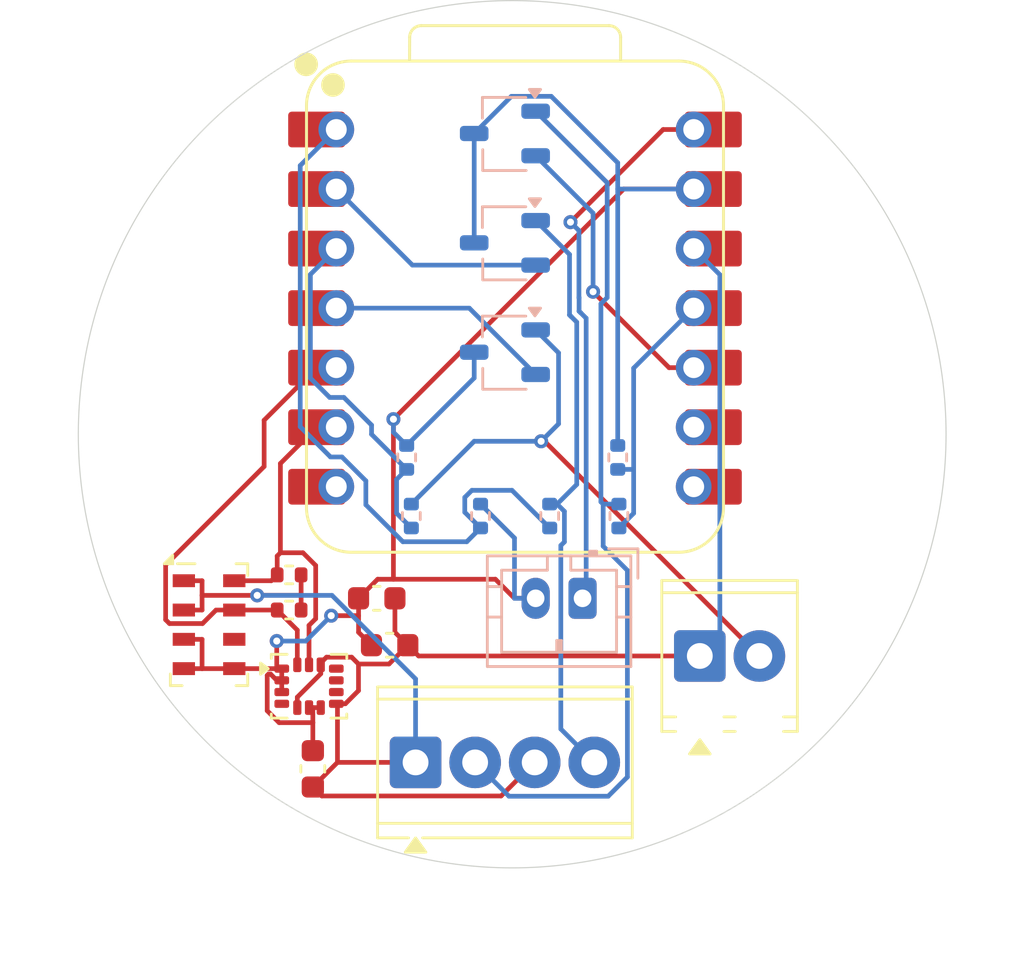
<source format=kicad_pcb>
(kicad_pcb (version 20241229) (generator "pcbnew") (generator_version "9.0")
  (layers (0 "F.Cu" signal) (2 "B.Cu" signal) (13 "F.Paste" user) (15 "B.Paste" user) (5 "F.SilkS" user "F.Silkscreen") (7 "B.SilkS" user "B.Silkscreen") (1 "F.Mask" user) (3 "B.Mask" user) (25 "Edge.Cuts" user))
  (net 0 "")
  (net 1 "+3.3V")
  (net 2 "-BATT")
  (net 3 "+BATT")
  (net 4 "/APPO")
  (net 5 "/MAIN")
  (net 6 "/MOTOR")
  (net 7 "/IGNIT 1")
  (net 8 "/IGNIT 2")
  (net 9 "/IGNIT 3")
  (net 10 "/SCL")
  (net 11 "/SDA")
  (net 12 "/CONT 1")
  (net 13 "/CONT 2")
  (net 14 "/CONT 3")
  (footprint "Capacitor_SMD:C_0603_1608Metric" (layer "F.Cu") (at 200.775 76.5)
    (property "Reference" "C1" (hide yes))
    (property "Value" "100nF")
    (fp_line (start -0.14058 -0.51) (end 0.14058 -0.51) (stroke (width 0.12)) (layer "F.SilkS"))
    (fp_line (start -0.14058 0.51) (end 0.14058 0.51) (stroke (width 0.12)) (layer "F.SilkS"))
    (pad "1" smd roundrect (at -0.775 0) (size 0.9 0.95) (layers "F.Cu" "F.Mask" "F.Paste") (net 2 "-BATT"))
    (pad "2" smd roundrect (at 0.775 0) (size 0.9 0.95) (layers "F.Cu" "F.Mask" "F.Paste") (net 1 "+3.3V"))
  )
  (footprint "Resistor_SMD:R_0402_1005Metric" (layer "F.Cu") (at 196.49 73.5)
    (property "Reference" "R1" (hide yes))
    (property "Value" "10K")
    (fp_line (start -0.153641 -0.38) (end 0.153641 -0.38) (stroke (width 0.12)) (layer "F.SilkS"))
    (fp_line (start -0.153641 0.38) (end 0.153641 0.38) (stroke (width 0.12)) (layer "F.SilkS"))
    (pad "1" smd roundrect (at -0.51 0) (size 0.54 0.64) (layers "F.Cu" "F.Mask" "F.Paste") (net 10 "/SCL"))
    (pad "2" smd roundrect (at 0.51 0) (size 0.54 0.64) (layers "F.Cu" "F.Mask" "F.Paste") (net 1 "+3.3V"))
  )
  (footprint "Package_LGA:LGA-8_3x5mm_P1.25mm" (layer "F.Cu") (at 193.075 75.625)
    (property "Reference" "U4" (hide yes))
    (property "Value" "MS5611-01BA")
    (fp_line (start -1.65 2.6) (end -1.65 2.1) (stroke (width 0.12)) (layer "F.SilkS"))
    (fp_line (start -1.35 -2.6) (end -0.6 -2.6) (stroke (width 0.12)) (layer "F.SilkS"))
    (fp_line (start -1.15 2.6) (end -1.65 2.6) (stroke (width 0.12)) (layer "F.SilkS"))
    (fp_line (start 1.15 -2.6) (end 1.65 -2.6) (stroke (width 0.12)) (layer "F.SilkS"))
    (fp_line (start 1.65 -2.6) (end 1.65 -2.1) (stroke (width 0.12)) (layer "F.SilkS"))
    (fp_line (start 1.65 2.1) (end 1.65 2.6) (stroke (width 0.12)) (layer "F.SilkS"))
    (fp_line (start 1.65 2.6) (end 1.15 2.6) (stroke (width 0.12)) (layer "F.SilkS"))
    (fp_poly (pts (xy -1.55 -2.6) (xy -1.91 -2.6) (xy -1.55 -2.96) (xy -1.55 -2.6)) (stroke (width 0.12)) (fill yes) (layer "F.SilkS"))
    (pad "1" smd rect (at -1.075 -1.875) (size 0.95 0.55) (layers "F.Cu" "F.Mask" "F.Paste") (net 1 "+3.3V"))
    (pad "2" smd rect (at -1.075 -0.625) (size 0.95 0.55) (layers "F.Cu" "F.Mask" "F.Paste") (net 1 "+3.3V"))
    (pad "3" smd rect (at -1.075 0.625) (size 0.95 0.55) (layers "F.Cu" "F.Mask" "F.Paste") (net 2 "-BATT"))
    (pad "4" smd rect (at -1.075 1.875) (size 0.95 0.55) (layers "F.Cu" "F.Mask" "F.Paste") (net 2 "-BATT"))
    (pad "5" smd rect (at 1.075 1.875) (size 0.95 0.55) (layers "F.Cu" "F.Mask" "F.Paste") (net 2 "-BATT"))
    (pad "6" smd rect (at 1.075 0.625) (size 0.95 0.55) (layers "F.Cu" "F.Mask" "F.Paste"))
    (pad "7" smd rect (at 1.075 -0.625) (size 0.95 0.55) (layers "F.Cu" "F.Mask" "F.Paste") (net 11 "/SDA"))
    (pad "8" smd rect (at 1.075 -1.875) (size 0.95 0.55) (layers "F.Cu" "F.Mask" "F.Paste") (net 10 "/SCL"))
  )
  (footprint "Package_LGA:LGA-14_3x2.5mm_P0.5mm_LayoutBorder3x4y" (layer "F.Cu") (at 197.3375 78.25)
    (property "Reference" "U3" (hide yes))
    (property "Value" "LSM6DSO32")
    (fp_line (start -1.61 -1.36) (end -0.935 -1.36) (stroke (width 0.12)) (layer "F.SilkS"))
    (fp_line (start -1.61 -1.185) (end -1.61 -1.36) (stroke (width 0.12)) (layer "F.SilkS"))
    (fp_line (start -1.61 1.36) (end -1.61 1.185) (stroke (width 0.12)) (layer "F.SilkS"))
    (fp_line (start -0.935 1.36) (end -1.61 1.36) (stroke (width 0.12)) (layer "F.SilkS"))
    (fp_line (start 0.935 -1.36) (end 1.61 -1.36) (stroke (width 0.12)) (layer "F.SilkS"))
    (fp_line (start 1.61 -1.36) (end 1.61 -1.185) (stroke (width 0.12)) (layer "F.SilkS"))
    (fp_line (start 1.61 1.185) (end 1.61 1.36) (stroke (width 0.12)) (layer "F.SilkS"))
    (fp_line (start 1.61 1.36) (end 0.935 1.36) (stroke (width 0.12)) (layer "F.SilkS"))
    (fp_poly (pts (xy -1.74 -0.75) (xy -2.07 -0.51) (xy -2.07 -0.99)) (stroke (width 0.12)) (fill yes) (layer "F.SilkS"))
    (pad "1" smd roundrect (at -1.1625 -0.75) (size 0.625 0.35) (layers "F.Cu" "F.Mask" "F.Paste") (net 2 "-BATT"))
    (pad "2" smd roundrect (at -1.1625 -0.25) (size 0.625 0.35) (layers "F.Cu" "F.Mask" "F.Paste") (net 2 "-BATT"))
    (pad "3" smd roundrect (at -1.1625 0.25) (size 0.625 0.35) (layers "F.Cu" "F.Mask" "F.Paste") (net 2 "-BATT"))
    (pad "4" smd roundrect (at -1.1625 0.75) (size 0.625 0.35) (layers "F.Cu" "F.Mask" "F.Paste"))
    (pad "5" smd roundrect (at -0.5 0.9125) (size 0.35 0.625) (layers "F.Cu" "F.Mask" "F.Paste") (net 1 "+3.3V"))
    (pad "6" smd roundrect (at 0 0.9125) (size 0.35 0.625) (layers "F.Cu" "F.Mask" "F.Paste") (net 2 "-BATT"))
    (pad "7" smd roundrect (at 0.5 0.9125) (size 0.35 0.625) (layers "F.Cu" "F.Mask" "F.Paste") (net 2 "-BATT"))
    (pad "8" smd roundrect (at 1.1625 0.75) (size 0.625 0.35) (layers "F.Cu" "F.Mask" "F.Paste") (net 1 "+3.3V"))
    (pad "9" smd roundrect (at 1.1625 0.25) (size 0.625 0.35) (layers "F.Cu" "F.Mask" "F.Paste"))
    (pad "10" smd roundrect (at 1.1625 -0.25) (size 0.625 0.35) (layers "F.Cu" "F.Mask" "F.Paste"))
    (pad "11" smd roundrect (at 1.1625 -0.75) (size 0.625 0.35) (layers "F.Cu" "F.Mask" "F.Paste"))
    (pad "12" smd roundrect (at 0.5 -0.9125) (size 0.35 0.625) (layers "F.Cu" "F.Mask" "F.Paste") (net 1 "+3.3V"))
    (pad "13" smd roundrect (at 0 -0.9125) (size 0.35 0.625) (layers "F.Cu" "F.Mask" "F.Paste") (net 10 "/SCL"))
    (pad "14" smd roundrect (at -0.5 -0.9125) (size 0.35 0.625) (layers "F.Cu" "F.Mask" "F.Paste") (net 11 "/SDA"))
  )
  (footprint "TerminalBlock_Phoenix:TerminalBlock_Phoenix_MPT-0,5-2-2.54_1x02_P2.54mm_Horizontal" (layer "F.Cu") (at 214 76.96)
    (property "Reference" "J3" (hide yes))
    (property "Value" "Bottom Screw Terminal")
    (fp_line (start -1.62 -3.22) (end 4.16 -3.22) (stroke (width 0.12)) (layer "F.SilkS"))
    (fp_line (start -1.62 -2.7) (end 4.16 -2.7) (stroke (width 0.12)) (layer "F.SilkS"))
    (fp_line (start -1.62 2.6) (end -1.03 2.6) (stroke (width 0.12)) (layer "F.SilkS"))
    (fp_line (start -1.62 3.22) (end -1.62 -3.22) (stroke (width 0.12)) (layer "F.SilkS"))
    (fp_line (start -1.03 3.22) (end -1.62 3.22) (stroke (width 0.12)) (layer "F.SilkS"))
    (fp_line (start 1.03 2.6) (end 1.51 2.6) (stroke (width 0.12)) (layer "F.SilkS"))
    (fp_line (start 1.51 3.22) (end 1.03 3.22) (stroke (width 0.12)) (layer "F.SilkS"))
    (fp_line (start 3.57 2.6) (end 4.16 2.6) (stroke (width 0.12)) (layer "F.SilkS"))
    (fp_line (start 4.16 -3.22) (end 4.16 3.22) (stroke (width 0.12)) (layer "F.SilkS"))
    (fp_line (start 4.16 3.22) (end 3.57 3.22) (stroke (width 0.12)) (layer "F.SilkS"))
    (fp_poly (pts (xy 0 3.57) (xy 0.44 4.18) (xy -0.44 4.18)) (stroke (width 0.12)) (fill yes) (layer "F.SilkS"))
    (pad "" np_thru_hole circle (at 0 2.54) (size 1.1 1.1) (drill 1.1) (layers "*.Cu" "*.Mask"))
    (pad "" np_thru_hole circle (at 2.54 2.54) (size 1.1 1.1) (drill 1.1) (layers "*.Cu" "*.Mask"))
    (pad "1" thru_hole roundrect (at 0 0) (size 2.2 2.2) (drill 1.1) (layers "*.Cu" "*.Mask") (roundrect_rratio 0.113636) (net 1 "+3.3V"))
    (pad "2" thru_hole circle (at 2.54 0) (size 2.2 2.2) (drill 1.1) (layers "*.Cu" "*.Mask") (net 6 "/MOTOR"))
  )
  (footprint "TerminalBlock_Phoenix:TerminalBlock_Phoenix_MPT-0,5-4-2.54_1x04_P2.54mm_Horizontal" (layer "F.Cu") (at 201.88 81.5)
    (property "Reference" "J2" (hide yes))
    (property "Value" "Top Screw Terminal")
    (fp_line (start -1.62 -3.22) (end 9.24 -3.22) (stroke (width 0.12)) (layer "F.SilkS"))
    (fp_line (start -1.62 -2.7) (end 9.24 -2.7) (stroke (width 0.12)) (layer "F.SilkS"))
    (fp_line (start -1.62 2.6) (end 9.24 2.6) (stroke (width 0.12)) (layer "F.SilkS"))
    (fp_line (start -1.62 3.22) (end -1.62 -3.22) (stroke (width 0.12)) (layer "F.SilkS"))
    (fp_line (start -0.3 3.22) (end -1.62 3.22) (stroke (width 0.12)) (layer "F.SilkS"))
    (fp_line (start 9.24 -3.22) (end 9.24 3.22) (stroke (width 0.12)) (layer "F.SilkS"))
    (fp_line (start 9.24 3.22) (end 0.3 3.22) (stroke (width 0.12)) (layer "F.SilkS"))
    (fp_poly (pts (xy 0 3.22) (xy 0.44 3.83) (xy -0.44 3.83)) (stroke (width 0.12)) (fill yes) (layer "F.SilkS"))
    (pad "1" thru_hole roundrect (at 0 0) (size 2.2 2.2) (drill 1.1) (layers "*.Cu" "*.Mask") (roundrect_rratio 0.113636) (net 1 "+3.3V"))
    (pad "2" thru_hole circle (at 2.54 0) (size 2.2 2.2) (drill 1.1) (layers "*.Cu" "*.Mask") (net 4 "/APPO"))
    (pad "3" thru_hole circle (at 5.08 0) (size 2.2 2.2) (drill 1.1) (layers "*.Cu" "*.Mask") (net 1 "+3.3V"))
    (pad "4" thru_hole circle (at 7.62 0) (size 2.2 2.2) (drill 1.1) (layers "*.Cu" "*.Mask") (net 5 "/MAIN"))
  )
  (footprint "Capacitor_SMD:C_0603_1608Metric" (layer "F.Cu") (at 197.5 81.775 -90)
    (property "Reference" "C2" (hide yes))
    (property "Value" "100nF")
    (fp_line (start -0.14058 0.51) (end 0.14058 0.51) (stroke (width 0.12)) (layer "F.SilkS"))
    (fp_line (start -0.14058 -0.51) (end 0.14058 -0.51) (stroke (width 0.12)) (layer "F.SilkS"))
    (pad "1" smd roundrect (at -0.775 0 270) (size 0.9 0.95) (layers "F.Cu" "F.Mask" "F.Paste") (net 2 "-BATT"))
    (pad "2" smd roundrect (at 0.775 0 270) (size 0.9 0.95) (layers "F.Cu" "F.Mask" "F.Paste") (net 1 "+3.3V"))
  )
  (footprint "MountingHole:MountingHole_5mm" (layer "F.Cu") (at 220.5 67.5)
    (property "Reference" "REF**" (hide yes))
    (property "Value" "MountingHole_5mm")
    (pad "" np_thru_hole circle (at 0 0) (size 5 5) (drill 5) (layers "*.Cu" "*.Mask"))
  )
  (footprint "MountingHole:MountingHole_5mm" (layer "F.Cu") (at 191.5 67.5)
    (property "Reference" "Trust" (hide yes))
    (property "Value" "MountingHole_5mm")
    (pad "" np_thru_hole circle (at 0 0) (size 5 5) (drill 5) (layers "*.Cu" "*.Mask"))
  )
  (footprint "Capacitor_SMD:C_0603_1608Metric" (layer "F.Cu") (at 200.225 74.5)
    (property "Reference" "C3" (hide yes))
    (property "Value" "100nF")
    (fp_line (start -0.14058 -0.51) (end 0.14058 -0.51) (stroke (width 0.12)) (layer "F.SilkS"))
    (fp_line (start -0.14058 0.51) (end 0.14058 0.51) (stroke (width 0.12)) (layer "F.SilkS"))
    (pad "1" smd roundrect (at -0.775 0) (size 0.9 0.95) (layers "F.Cu" "F.Mask" "F.Paste") (net 2 "-BATT"))
    (pad "2" smd roundrect (at 0.775 0) (size 0.9 0.95) (layers "F.Cu" "F.Mask" "F.Paste") (net 1 "+3.3V"))
  )
  (footprint "Resistor_SMD:R_0402_1005Metric" (layer "F.Cu") (at 196.49 75)
    (property "Reference" "R2" (hide yes))
    (property "Value" "10K")
    (fp_line (start -0.153641 -0.38) (end 0.153641 -0.38) (stroke (width 0.12)) (layer "F.SilkS"))
    (fp_line (start -0.153641 0.38) (end 0.153641 0.38) (stroke (width 0.12)) (layer "F.SilkS"))
    (pad "1" smd roundrect (at -0.51 0) (size 0.54 0.64) (layers "F.Cu" "F.Mask" "F.Paste") (net 11 "/SDA"))
    (pad "2" smd roundrect (at 0.51 0) (size 0.54 0.64) (layers "F.Cu" "F.Mask" "F.Paste") (net 1 "+3.3V"))
  )
  (footprint "Seeed Studio XIAO Series Library:XIAO-ESP32S3-DIP" (layer "F.Cu") (at 206.12 62.12)
    (property "Reference" "U1" (hide yes))
    (property "Value" "XIAO-ESP32-S3-SMD")
    (fp_line (start -8.89 8.509) (end -8.89 -8.636) (stroke (width 0.127)) (layer "F.SilkS"))
    (fp_line (start -6.985 10.414) (end 6.985 10.414) (stroke (width 0.127)) (layer "F.SilkS"))
    (fp_line (start -4.495 -10.541) (end -4.491272 -11.551272) (stroke (width 0.127)) (layer "F.SilkS"))
    (fp_line (start -3.991272 -12.051) (end 4.004 -12.051) (stroke (width 0.127)) (layer "F.SilkS"))
    (fp_line (start 4.504 -11.551) (end 4.504 -10.541) (stroke (width 0.127)) (layer "F.SilkS"))
    (fp_line (start 6.985 -10.541) (end -6.985 -10.541) (stroke (width 0.1)) (layer "F.SilkS"))
    (fp_line (start 6.985 -10.541) (end -6.985 -10.541) (stroke (width 0.127)) (layer "F.SilkS"))
    (fp_line (start 8.89 8.509) (end 8.89 -8.636) (stroke (width 0.127)) (layer "F.SilkS"))
    (fp_arc (start -8.89 -8.636) (mid -8.332038 -9.983038) (end -6.985 -10.541) (stroke (width 0.127)) (layer "F.SilkS"))
    (fp_arc (start -6.985 10.414) (mid -8.332038 9.856038) (end -8.89 8.509) (stroke (width 0.127)) (layer "F.SilkS"))
    (fp_arc (start -4.491272 -11.551272) (mid -4.344728 -11.90464) (end -3.991272 -12.051) (stroke (width 0.127)) (layer "F.SilkS"))
    (fp_arc (start 4.004 -12.051) (mid 4.357553 -11.904553) (end 4.504 -11.551) (stroke (width 0.127)) (layer "F.SilkS"))
    (fp_arc (start 6.985 -10.541) (mid 8.332038 -9.983038) (end 8.89 -8.636) (stroke (width 0.127)) (layer "F.SilkS"))
    (fp_arc (start 8.89 8.509) (mid 8.332038 9.856038) (end 6.985 10.414) (stroke (width 0.127)) (layer "F.SilkS"))
    (fp_circle (center -8.904 -10.4) (end -8.904 -10.654) (stroke (width 0.5)) (fill yes) (layer "F.SilkS"))
    (fp_circle (center -7.761 -9.52) (end -7.761 -9.774) (stroke (width 0.5)) (fill yes) (layer "F.SilkS"))
    (pad "1" smd roundrect (at -8.455 -7.62 180) (size 2.432 1.524) (layers "F.Cu" "F.Mask") (roundrect_rratio 0.1) (net 13 "/CONT 2"))
    (pad "1" thru_hole circle (at -7.62 -7.62 180) (size 1.524 1.524) (drill 0.889) (layers "*.Cu" "*.Mask") (net 13 "/CONT 2"))
    (pad "2" smd roundrect (at -8.455 -5.08 180) (size 2.432 1.524) (layers "F.Cu" "F.Mask") (roundrect_rratio 0.1) (net 8 "/IGNIT 2"))
    (pad "2" thru_hole circle (at -7.62 -5.08 180) (size 1.524 1.524) (drill 0.889) (layers "*.Cu" "*.Mask") (net 8 "/IGNIT 2"))
    (pad "3" smd roundrect (at -8.455 -2.54 180) (size 2.432 1.524) (layers "F.Cu" "F.Mask") (roundrect_rratio 0.1) (net 14 "/CONT 3"))
    (pad "3" thru_hole circle (at -7.62 -2.54 180) (size 1.524 1.524) (drill 0.889) (layers "*.Cu" "*.Mask") (net 14 "/CONT 3"))
    (pad "4" smd roundrect (at -8.455 0 180) (size 2.432 1.524) (layers "F.Cu" "F.Mask") (roundrect_rratio 0.1) (net 9 "/IGNIT 3"))
    (pad "4" thru_hole circle (at -7.62 0 180) (size 1.524 1.524) (drill 0.889) (layers "*.Cu" "*.Mask") (net 9 "/IGNIT 3"))
    (pad "5" smd roundrect (at -8.455 2.54 180) (size 2.432 1.524) (layers "F.Cu" "F.Mask") (roundrect_rratio 0.1) (net 11 "/SDA"))
    (pad "5" thru_hole circle (at -7.62 2.54 180) (size 1.524 1.524) (drill 0.889) (layers "*.Cu" "*.Mask") (net 11 "/SDA"))
    (pad "6" smd roundrect (at -8.455 5.08 180) (size 2.432 1.524) (layers "F.Cu" "F.Mask") (roundrect_rratio 0.1) (net 10 "/SCL"))
    (pad "6" thru_hole circle (at -7.62 5.08 180) (size 1.524 1.524) (drill 0.889) (layers "*.Cu" "*.Mask") (net 10 "/SCL"))
    (pad "7" smd roundrect (at -8.455 7.62 180) (size 2.432 1.524) (layers "F.Cu" "F.Mask") (roundrect_rratio 0.1))
    (pad "7" thru_hole circle (at -7.62 7.62 180) (size 1.524 1.524) (drill 0.889) (layers "*.Cu" "*.Mask"))
    (pad "8" thru_hole circle (at 7.62 7.62) (size 1.524 1.524) (drill 0.889) (layers "*.Cu" "*.Mask"))
    (pad "8" smd roundrect (at 8.455 7.62) (size 2.432 1.524) (layers "F.Cu" "F.Mask") (roundrect_rratio 0.1))
    (pad "9" thru_hole circle (at 7.62 5.08) (size 1.524 1.524) (drill 0.889) (layers "*.Cu" "*.Mask"))
    (pad "9" smd roundrect (at 8.455 5.08) (size 2.432 1.524) (layers "F.Cu" "F.Mask") (roundrect_rratio 0.1))
    (pad "10" thru_hole circle (at 7.62 2.54) (size 1.524 1.524) (drill 0.889) (layers "*.Cu" "*.Mask") (net 7 "/IGNIT 1"))
    (pad "10" smd roundrect (at 8.455 2.54) (size 2.432 1.524) (layers "F.Cu" "F.Mask") (roundrect_rratio 0.1) (net 7 "/IGNIT 1"))
    (pad "11" thru_hole circle (at 7.62 0) (size 1.524 1.524) (drill 0.889) (layers "*.Cu" "*.Mask") (net 12 "/CONT 1"))
    (pad "11" smd roundrect (at 8.455 0) (size 2.432 1.524) (layers "F.Cu" "F.Mask") (roundrect_rratio 0.1) (net 12 "/CONT 1"))
    (pad "12" thru_hole circle (at 7.62 -2.54) (size 1.524 1.524) (drill 0.889) (layers "*.Cu" "*.Mask") (net 1 "+3.3V"))
    (pad "12" smd roundrect (at 8.455 -2.54) (size 2.432 1.524) (layers "F.Cu" "F.Mask") (roundrect_rratio 0.1) (net 1 "+3.3V"))
    (pad "13" thru_hole circle (at 7.62 -5.08) (size 1.524 1.524) (drill 0.889) (layers "*.Cu" "*.Mask") (net 2 "-BATT"))
    (pad "13" smd roundrect (at 8.455 -5.08) (size 2.432 1.524) (layers "F.Cu" "F.Mask") (roundrect_rratio 0.1) (net 2 "-BATT"))
    (pad "14" thru_hole circle (at 7.62 -7.62) (size 1.524 1.524) (drill 0.889) (layers "*.Cu" "*.Mask") (net 3 "+BATT"))
    (pad "14" smd roundrect (at 8.455 -7.62) (size 2.432 1.524) (layers "F.Cu" "F.Mask") (roundrect_rratio 0.1) (net 3 "+BATT"))
  )
  (footprint "Resistor_SMD:R_0402_1005Metric" (layer "B.Cu") (at 210.55 70.99 90)
    (property "Reference" "R4" (hide yes))
    (property "Value" "10K")
    (fp_line (start -0.153641 -0.38) (end 0.153641 -0.38) (stroke (width 0.12)) (layer "B.SilkS"))
    (fp_line (start -0.153641 0.38) (end 0.153641 0.38) (stroke (width 0.12)) (layer "B.SilkS"))
    (pad "1" smd roundrect (at -0.51 0 90) (size 0.54 0.64) (layers "B.Cu" "B.Mask" "B.Paste") (net 12 "/CONT 1"))
    (pad "2" smd roundrect (at 0.51 0 90) (size 0.54 0.64) (layers "B.Cu" "B.Mask" "B.Paste") (net 4 "/APPO"))
  )
  (footprint "Resistor_SMD:R_0402_1005Metric" (layer "B.Cu") (at 201.5 68.49 90)
    (property "Reference" "R8" (hide yes))
    (property "Value" "10K")
    (fp_line (start -0.153641 -0.38) (end 0.153641 -0.38) (stroke (width 0.12)) (layer "B.SilkS"))
    (fp_line (start -0.153641 0.38) (end 0.153641 0.38) (stroke (width 0.12)) (layer "B.SilkS"))
    (pad "1" smd roundrect (at -0.51 0 90) (size 0.54 0.64) (layers "B.Cu" "B.Mask" "B.Paste") (net 14 "/CONT 3"))
    (pad "2" smd roundrect (at 0.51 0 90) (size 0.54 0.64) (layers "B.Cu" "B.Mask" "B.Paste") (net 2 "-BATT"))
  )
  (footprint "Resistor_SMD:R_0402_1005Metric" (layer "B.Cu") (at 207.6 70.99 90)
    (property "Reference" "R5" (hide yes))
    (property "Value" "10K")
    (fp_line (start -0.153641 -0.38) (end 0.153641 -0.38) (stroke (width 0.12)) (layer "B.SilkS"))
    (fp_line (start -0.153641 0.38) (end 0.153641 0.38) (stroke (width 0.12)) (layer "B.SilkS"))
    (pad "1" smd roundrect (at -0.51 0 90) (size 0.54 0.64) (layers "B.Cu" "B.Mask" "B.Paste") (net 13 "/CONT 2"))
    (pad "2" smd roundrect (at 0.51 0 90) (size 0.54 0.64) (layers "B.Cu" "B.Mask" "B.Paste") (net 5 "/MAIN"))
  )
  (footprint "Connector_JST:JST_PH_B2B-PH-K_1x02_P2.00mm_Vertical" (layer "B.Cu") (at 209 74.5 180)
    (property "Reference" "J1" (hide yes))
    (property "Value" "Battery Connector")
    (fp_line (start 4.06 1.81) (end -2.06 1.81) (stroke (width 0.12)) (layer "B.SilkS"))
    (fp_line (start 4.06 0.5) (end 3.45 0.5) (stroke (width 0.12)) (layer "B.SilkS"))
    (fp_line (start 4.06 -0.8) (end 3.45 -0.8) (stroke (width 0.12)) (layer "B.SilkS"))
    (fp_line (start 4.06 -2.91) (end 4.06 1.81) (stroke (width 0.12)) (layer "B.SilkS"))
    (fp_line (start 3.45 1.2) (end 1.5 1.2) (stroke (width 0.12)) (layer "B.SilkS"))
    (fp_line (start 3.45 -2.3) (end 3.45 1.2) (stroke (width 0.12)) (layer "B.SilkS"))
    (fp_line (start 1.5 1.2) (end 1.5 1.81) (stroke (width 0.12)) (layer "B.SilkS"))
    (fp_line (start 1.1 -1.8) (end 1.1 -2.3) (stroke (width 0.12)) (layer "B.SilkS"))
    (fp_line (start 1 -2.3) (end 1 -1.8) (stroke (width 0.12)) (layer "B.SilkS"))
    (fp_line (start 0.9 -1.8) (end 1.1 -1.8) (stroke (width 0.12)) (layer "B.SilkS"))
    (fp_line (start 0.9 -2.3) (end 0.9 -1.8) (stroke (width 0.12)) (layer "B.SilkS"))
    (fp_line (start 0.5 1.81) (end 0.5 1.2) (stroke (width 0.12)) (layer "B.SilkS"))
    (fp_line (start 0.5 1.2) (end -1.45 1.2) (stroke (width 0.12)) (layer "B.SilkS"))
    (fp_line (start -0.3 2.01) (end -0.6 2.01) (stroke (width 0.12)) (layer "B.SilkS"))
    (fp_line (start -0.3 1.91) (end -0.6 1.91) (stroke (width 0.12)) (layer "B.SilkS"))
    (fp_line (start -0.3 1.81) (end -0.3 2.01) (stroke (width 0.12)) (layer "B.SilkS"))
    (fp_line (start -0.6 2.01) (end -0.6 1.81) (stroke (width 0.12)) (layer "B.SilkS"))
    (fp_line (start -1.11 2.11) (end -2.36 2.11) (stroke (width 0.12)) (layer "B.SilkS"))
    (fp_line (start -1.45 1.2) (end -1.45 -2.3) (stroke (width 0.12)) (layer "B.SilkS"))
    (fp_line (start -1.45 -2.3) (end 3.45 -2.3) (stroke (width 0.12)) (layer "B.SilkS"))
    (fp_line (start -2.06 1.81) (end -2.06 -2.91) (stroke (width 0.12)) (layer "B.SilkS"))
    (fp_line (start -2.06 0.5) (end -1.45 0.5) (stroke (width 0.12)) (layer "B.SilkS"))
    (fp_line (start -2.06 -0.8) (end -1.45 -0.8) (stroke (width 0.12)) (layer "B.SilkS"))
    (fp_line (start -2.06 -2.91) (end 4.06 -2.91) (stroke (width 0.12)) (layer "B.SilkS"))
    (fp_line (start -2.36 2.11) (end -2.36 0.86) (stroke (width 0.12)) (layer "B.SilkS"))
    (pad "1" thru_hole roundrect (at 0 0 180) (size 1.2 1.75) (drill 0.75) (layers "*.Cu" "*.Mask") (roundrect_rratio 0.208333) (net 3 "+BATT"))
    (pad "2" thru_hole oval (at 2 0 180) (size 1.2 1.75) (drill 0.75) (layers "*.Cu" "*.Mask") (net 2 "-BATT"))
  )
  (footprint "Resistor_SMD:R_0402_1005Metric" (layer "B.Cu") (at 204.65 70.99 90)
    (property "Reference" "R6" (hide yes))
    (property "Value" "10K")
    (fp_line (start -0.153641 -0.38) (end 0.153641 -0.38) (stroke (width 0.12)) (layer "B.SilkS"))
    (fp_line (start -0.153641 0.38) (end 0.153641 0.38) (stroke (width 0.12)) (layer "B.SilkS"))
    (pad "1" smd roundrect (at -0.51 0 90) (size 0.54 0.64) (layers "B.Cu" "B.Mask" "B.Paste") (net 13 "/CONT 2"))
    (pad "2" smd roundrect (at 0.51 0 90) (size 0.54 0.64) (layers "B.Cu" "B.Mask" "B.Paste") (net 2 "-BATT"))
  )
  (footprint "Resistor_SMD:R_0402_1005Metric" (layer "B.Cu") (at 210.5 68.49 90)
    (property "Reference" "R3" (hide yes))
    (property "Value" "10K")
    (fp_line (start -0.153641 -0.38) (end 0.153641 -0.38) (stroke (width 0.12)) (layer "B.SilkS"))
    (fp_line (start -0.153641 0.38) (end 0.153641 0.38) (stroke (width 0.12)) (layer "B.SilkS"))
    (pad "1" smd roundrect (at -0.51 0 90) (size 0.54 0.64) (layers "B.Cu" "B.Mask" "B.Paste") (net 12 "/CONT 1"))
    (pad "2" smd roundrect (at 0.51 0 90) (size 0.54 0.64) (layers "B.Cu" "B.Mask" "B.Paste") (net 2 "-BATT"))
  )
  (footprint "Package_TO_SOT_SMD:TSOT-23" (layer "B.Cu") (at 205.69 64 180)
    (property "Reference" "Q3" (hide yes))
    (property "Value" "Q_NMOS_DGS")
    (fp_line (start 0.96 1.54) (end 0.96 0.65) (stroke (width 0.12)) (layer "B.SilkS"))
    (fp_line (start 0.96 1.54) (end -0.89 1.54) (stroke (width 0.12)) (layer "B.SilkS"))
    (fp_line (start 0.945 -0.69) (end 0.945 -1.58) (stroke (width 0.12)) (layer "B.SilkS"))
    (fp_line (start 0.945 -1.58) (end -0.905 -1.58) (stroke (width 0.12)) (layer "B.SilkS"))
    (fp_poly (pts (xy -1.28 1.55) (xy -1.52 1.88) (xy -1.04 1.88) (xy -1.28 1.55)) (stroke (width 0.12)) (fill yes) (layer "B.SilkS"))
    (pad "1" smd roundrect (at -1.31 0.95 180) (size 1.22 0.65) (layers "B.Cu" "B.Mask" "B.Paste") (net 6 "/MOTOR"))
    (pad "2" smd roundrect (at -1.31 -0.95 180) (size 1.22 0.65) (layers "B.Cu" "B.Mask" "B.Paste") (net 9 "/IGNIT 3"))
    (pad "3" smd roundrect (at 1.31 0 180) (size 1.22 0.65) (layers "B.Cu" "B.Mask" "B.Paste") (net 2 "-BATT"))
  )
  (footprint "Package_TO_SOT_SMD:TSOT-23" (layer "B.Cu") (at 205.69 54.67 180)
    (property "Reference" "Q1" (hide yes))
    (property "Value" "Q_NMOS_DGS")
    (fp_line (start 0.96 1.54) (end 0.96 0.65) (stroke (width 0.12)) (layer "B.SilkS"))
    (fp_line (start 0.96 1.54) (end -0.89 1.54) (stroke (width 0.12)) (layer "B.SilkS"))
    (fp_line (start 0.945 -0.69) (end 0.945 -1.58) (stroke (width 0.12)) (layer "B.SilkS"))
    (fp_line (start 0.945 -1.58) (end -0.905 -1.58) (stroke (width 0.12)) (layer "B.SilkS"))
    (fp_poly (pts (xy -1.28 1.55) (xy -1.52 1.88) (xy -1.04 1.88) (xy -1.28 1.55)) (stroke (width 0.12)) (fill yes) (layer "B.SilkS"))
    (pad "1" smd roundrect (at -1.31 0.95 180) (size 1.22 0.65) (layers "B.Cu" "B.Mask" "B.Paste") (net 4 "/APPO"))
    (pad "2" smd roundrect (at -1.31 -0.95 180) (size 1.22 0.65) (layers "B.Cu" "B.Mask" "B.Paste") (net 7 "/IGNIT 1"))
    (pad "3" smd roundrect (at 1.31 0 180) (size 1.22 0.65) (layers "B.Cu" "B.Mask" "B.Paste") (net 2 "-BATT"))
  )
  (footprint "Package_TO_SOT_SMD:TSOT-23" (layer "B.Cu") (at 205.69 59.335 180)
    (property "Reference" "Q2" (hide yes))
    (property "Value" "Q_NMOS_DGS")
    (fp_line (start 0.96 1.54) (end 0.96 0.65) (stroke (width 0.12)) (layer "B.SilkS"))
    (fp_line (start 0.96 1.54) (end -0.89 1.54) (stroke (width 0.12)) (layer "B.SilkS"))
    (fp_line (start 0.945 -0.69) (end 0.945 -1.58) (stroke (width 0.12)) (layer "B.SilkS"))
    (fp_line (start 0.945 -1.58) (end -0.905 -1.58) (stroke (width 0.12)) (layer "B.SilkS"))
    (fp_poly (pts (xy -1.28 1.55) (xy -1.52 1.88) (xy -1.04 1.88) (xy -1.28 1.55)) (stroke (width 0.12)) (fill yes) (layer "B.SilkS"))
    (pad "1" smd roundrect (at -1.31 0.95 180) (size 1.22 0.65) (layers "B.Cu" "B.Mask" "B.Paste") (net 5 "/MAIN"))
    (pad "2" smd roundrect (at -1.31 -0.95 180) (size 1.22 0.65) (layers "B.Cu" "B.Mask" "B.Paste") (net 8 "/IGNIT 2"))
    (pad "3" smd roundrect (at 1.31 0 180) (size 1.22 0.65) (layers "B.Cu" "B.Mask" "B.Paste") (net 2 "-BATT"))
  )
  (footprint "Resistor_SMD:R_0402_1005Metric" (layer "B.Cu") (at 201.7 70.99 90)
    (property "Reference" "R7" (hide yes))
    (property "Value" "10K")
    (fp_line (start -0.153641 -0.38) (end 0.153641 -0.38) (stroke (width 0.12)) (layer "B.SilkS"))
    (fp_line (start -0.153641 0.38) (end 0.153641 0.38) (stroke (width 0.12)) (layer "B.SilkS"))
    (pad "1" smd roundrect (at -0.51 0 90) (size 0.54 0.64) (layers "B.Cu" "B.Mask" "B.Paste") (net 14 "/CONT 3"))
    (pad "2" smd roundrect (at 0.51 0 90) (size 0.54 0.64) (layers "B.Cu" "B.Mask" "B.Paste") (net 6 "/MOTOR"))
  )
  (gr_circle (center 206 67.5) (end 224.5 67.5) (stroke (width 0.05)) (fill no) (layer "Edge.Cuts"))
  (segment (start 192 75) (end 192.7767 75) (width 0.2) (layer "F.Cu") (net 1))
  (segment (start 195.1275 74.375) (end 197 74.375) (width 0.2) (layer "F.Cu") (net 1))
  (segment (start 199.1558 77.0118) (end 198.0817 77.0118) (width 0.2) (layer "F.Cu") (net 1))
  (segment (start 196.8375 78.7172) (end 196.8375 79.1625) (width 0.2) (layer "F.Cu") (net 1))
  (segment (start 201.88 81.5) (end 198.55 81.5) (width 0.2) (layer "F.Cu") (net 1))
  (segment (start 192.7767 75) (end 192.7767 74.375) (width 0.2) (layer "F.Cu") (net 1))
  (segment (start 198.8846 79) (end 199.4461 78.4385) (width 0.2) (layer "F.Cu") (net 1))
  (segment (start 192.7767 74.375) (end 195.1275 74.375) (width 0.2) (layer "F.Cu") (net 1))
  (segment (start 198.55 81.5) (end 197.5 82.55) (width 0.2) (layer "F.Cu") (net 1))
  (segment (start 199.4461 77.3021) (end 199.1558 77.0118) (width 0.2) (layer "F.Cu") (net 1))
  (segment (start 205.5275 82.9325) (end 197.8825 82.9325) (width 0.2) (layer "F.Cu") (net 1))
  (segment (start 199.4461 78.4385) (end 199.4461 77.3021) (width 0.2) (layer "F.Cu") (net 1))
  (segment (start 214 76.96) (end 202.01 76.96) (width 0.2) (layer "F.Cu") (net 1))
  (segment (start 197.8375 77.3375) (end 197.8375 77.7172) (width 0.2) (layer "F.Cu") (net 1))
  (segment (start 213.74 59.58) (end 214.575 59.58) (width 0.2) (layer "F.Cu") (net 1))
  (segment (start 197 74.375) (end 197 73.5) (width 0.2) (layer "F.Cu") (net 1))
  (segment (start 198.0817 77.0118) (end 197.8375 77.256) (width 0.2) (layer "F.Cu") (net 1))
  (segment (start 197.8825 82.9325) (end 197.5 82.55) (width 0.2) (layer "F.Cu") (net 1))
  (segment (start 200.7479 77.3021) (end 199.4461 77.3021) (width 0.2) (layer "F.Cu") (net 1))
  (segment (start 192.7767 74.375) (end 192.7767 73.75) (width 0.2) (layer "F.Cu") (net 1))
  (segment (start 201.55 76.5) (end 201 75.95) (width 0.2) (layer "F.Cu") (net 1))
  (segment (start 197.8375 77.7172) (end 196.8375 78.7172) (width 0.2) (layer "F.Cu") (net 1))
  (segment (start 206.96 81.5) (end 205.5275 82.9325) (width 0.2) (layer "F.Cu") (net 1))
  (segment (start 198.55 81.5) (end 198.55 79.05) (width 0.2) (layer "F.Cu") (net 1))
  (segment (start 201.55 76.5) (end 200.7479 77.3021) (width 0.2) (layer "F.Cu") (net 1))
  (segment (start 192 73.75) (end 192.7767 73.75) (width 0.2) (layer "F.Cu") (net 1))
  (segment (start 197.8375 77.256) (end 197.8375 77.3375) (width 0.2) (layer "F.Cu") (net 1))
  (segment (start 202.01 76.96) (end 201.55 76.5) (width 0.2) (layer "F.Cu") (net 1))
  (segment (start 201 75.95) (end 201 74.5) (width 0.2) (layer "F.Cu") (net 1))
  (segment (start 197 74.375) (end 197 75) (width 0.2) (layer "F.Cu") (net 1))
  (segment (start 198.55 79.05) (end 198.5 79) (width 0.2) (layer "F.Cu") (net 1))
  (segment (start 198.5 79) (end 198.8846 79) (width 0.2) (layer "F.Cu") (net 1))
  (via (at 195.1275 74.375) (size 0.6) (drill 0.3) (layers "F.Cu" "B.Cu") (net 1))
  (segment (start 201.88 77.938) (end 198.317 74.375) (width 0.2) (layer "B.Cu") (net 1))
  (segment (start 213.74 59.58) (end 214.8548 60.6948) (width 0.2) (layer "B.Cu") (net 1))
  (segment (start 214.8548 60.6948) (end 214.8548 76.1052) (width 0.2) (layer "B.Cu") (net 1))
  (segment (start 214.8548 76.1052) (end 214 76.96) (width 0.2) (layer "B.Cu") (net 1))
  (segment (start 201.88 81.5) (end 201.88 77.938) (width 0.2) (layer "B.Cu") (net 1))
  (segment (start 198.317 74.375) (end 195.1275 74.375) (width 0.2) (layer "B.Cu") (net 1))
  (segment (start 200.9358 66.8582) (end 210.754 57.04) (width 0.2) (layer "F.Cu") (net 2))
  (segment (start 192 76.25) (end 192.7767 76.25) (width 0.2) (layer "F.Cu") (net 2))
  (segment (start 199.45 74.5) (end 200.2639 73.6861) (width 0.2) (layer "F.Cu") (net 2))
  (segment (start 196.175 77.5) (end 196.175 78) (width 0.2) (layer "F.Cu") (net 2))
  (segment (start 195.6129 77.7299) (end 195.5545 77.7883) (width 0.2) (layer "F.Cu") (net 2))
  (segment (start 199.45 75.2404) (end 199.45 74.5) (width 0.2) (layer "F.Cu") (net 2))
  (segment (start 195.9641 78) (end 195.6941 77.73) (width 0.2) (layer "F.Cu") (net 2))
  (segment (start 196.0617 79.8037) (end 197.5 79.8037) (width 0.2) (layer "F.Cu") (net 2))
  (segment (start 196.175 77.5) (end 195.9605 77.5) (width 0.2) (layer "F.Cu") (net 2))
  (segment (start 195.6941 77.7299) (end 195.6129 77.7299) (width 0.2) (layer "F.Cu") (net 2))
  (segment (start 195.5545 77.7883) (end 195.5545 79.2965) (width 0.2) (layer "F.Cu") (net 2))
  (segment (start 192.7767 77.5) (end 192.7767 76.25) (width 0.2) (layer "F.Cu") (net 2))
  (segment (start 210.754 57.04) (end 213.74 57.04) (width 0.2) (layer "F.Cu") (net 2))
  (segment (start 195.9605 77.5) (end 194.15 77.5) (width 0.2) (layer "F.Cu") (net 2))
  (segment (start 200.2639 73.6861) (end 200.9358 73.6861) (width 0.2) (layer "F.Cu") (net 2))
  (segment (start 192.7767 77.5) (end 194.15 77.5) (width 0.2) (layer "F.Cu") (net 2))
  (segment (start 197.5 79.1625) (end 197.3375 79.1625) (width 0.2) (layer "F.Cu") (net 2))
  (segment (start 192 77.5) (end 192.7767 77.5) (width 0.2) (layer "F.Cu") (net 2))
  (segment (start 195.9605 77.5) (end 195.9605 76.3226) (width 0.2) (layer "F.Cu") (net 2))
  (segment (start 196.175 78.5) (end 196.175 78) (width 0.2) (layer "F.Cu") (net 2))
  (segment (start 205.2844 73.6861) (end 206.0983 74.5) (width 0.2) (layer "F.Cu") (net 2))
  (segment (start 197.8375 79.1625) (end 197.5 79.1625) (width 0.2) (layer "F.Cu") (net 2))
  (segment (start 200 76.5) (end 199.45 75.95) (width 0.2) (layer "F.Cu") (net 2))
  (segment (start 196.175 78) (end 195.9641 78) (width 0.2) (layer "F.Cu") (net 2))
  (segment (start 197.5 79.8037) (end 197.5 81) (width 0.2) (layer "F.Cu") (net 2))
  (segment (start 200.9358 73.6861) (end 205.2844 73.6861) (width 0.2) (layer "F.Cu") (net 2))
  (segment (start 198.2831 75.2404) (end 199.45 75.2404) (width 0.2) (layer "F.Cu") (net 2))
  (segment (start 214.575 57.04) (end 213.74 57.04) (width 0.2) (layer "F.Cu") (net 2))
  (segment (start 207 74.5) (end 206.0983 74.5) (width 0.2) (layer "F.Cu") (net 2))
  (segment (start 195.5545 79.2965) (end 196.0617 79.8037) (width 0.2) (layer "F.Cu") (net 2))
  (segment (start 199.45 75.95) (end 199.45 75.2404) (width 0.2) (layer "F.Cu") (net 2))
  (segment (start 200.9358 73.6861) (end 200.9358 66.8582) (width 0.2) (layer "F.Cu") (net 2))
  (segment (start 195.6941 77.73) (end 195.6941 77.7299) (width 0.2) (layer "F.Cu") (net 2))
  (segment (start 197.5 79.1625) (end 197.5 79.8037) (width 0.2) (layer "F.Cu") (net 2))
  (via (at 200.9358 66.8582) (size 0.6) (drill 0.3) (layers "F.Cu" "B.Cu") (net 2))
  (via (at 198.2831 75.2404) (size 0.6) (drill 0.3) (layers "F.Cu" "B.Cu") (net 2))
  (via (at 195.9605 76.3226) (size 0.6) (drill 0.3) (layers "F.Cu" "B.Cu") (net 2))
  (segment (start 210.5 57.04) (end 210.5 55.9193) (width 0.2) (layer "B.Cu") (net 2))
  (segment (start 210.5 67.98) (end 210.5 57.04) (width 0.2) (layer "B.Cu") (net 2))
  (segment (start 204.38 59.335) (end 204.38 54.67) (width 0.2) (layer "B.Cu") (net 2))
  (segment (start 213.74 57.04) (end 210.5 57.04) (width 0.2) (layer "B.Cu") (net 2))
  (segment (start 204.38 64) (end 204.38 65.1) (width 0.2) (layer "B.Cu") (net 2))
  (segment (start 206.0983 71.9283) (end 204.65 70.48) (width 0.2) (layer "B.Cu") (net 2))
  (segment (start 195.9605 76.3226) (end 197.2009 76.3226) (width 0.2) (layer "B.Cu") (net 2))
  (segment (start 200.9358 66.8582) (end 200.9358 67.4158) (width 0.2) (layer "B.Cu") (net 2))
  (segment (start 197.2009 76.3226) (end 198.2831 75.2404) (width 0.2) (layer "B.Cu") (net 2))
  (segment (start 210.5 55.9193) (end 207.6658 53.0851) (width 0.2) (layer "B.Cu") (net 2))
  (segment (start 205.9649 53.0851) (end 204.38 54.67) (width 0.2) (layer "B.Cu") (net 2))
  (segment (start 200.9358 67.4158) (end 201.5 67.98) (width 0.2) (layer "B.Cu") (net 2))
  (segment (start 207 74.5) (end 206.0983 74.5) (width 0.2) (layer "B.Cu") (net 2))
  (segment (start 204.38 65.1) (end 201.5 67.98) (width 0.2) (layer "B.Cu") (net 2))
  (segment (start 207.6658 53.0851) (end 205.9649 53.0851) (width 0.2) (layer "B.Cu") (net 2))
  (segment (start 206.0983 74.5) (end 206.0983 71.9283) (width 0.2) (layer "B.Cu") (net 2))
  (segment (start 214.575 54.5) (end 213.74 54.5) (width 0.2) (layer "F.Cu") (net 3))
  (segment (start 213.74 54.5) (end 212.4373 54.5) (width 0.2) (layer "F.Cu") (net 3))
  (segment (start 212.4373 54.5) (end 208.4857 58.4516) (width 0.2) (layer "F.Cu") (net 3))
  (via (at 208.4857 58.4516) (size 0.6) (drill 0.3) (layers "F.Cu" "B.Cu") (net 3))
  (segment (start 208.8466 61.6707) (end 208.8466 58.8125) (width 0.2) (layer "B.Cu") (net 3))
  (segment (start 208.8466 58.8125) (end 208.4857 58.4516) (width 0.2) (layer "B.Cu") (net 3))
  (segment (start 208.8524 61.6765) (end 208.8466 61.6707) (width 0.2) (layer "B.Cu") (net 3))
  (segment (start 208.9186 62.3157) (end 208.8524 62.2495) (width 0.2) (layer "B.Cu") (net 3))
  (segment (start 209.154 62.5511) (end 208.9186 62.3157) (width 0.2) (layer "B.Cu") (net 3))
  (segment (start 208.9186 62.3157) (end 208.8524 62.2495) (width 0.2) (layer "B.Cu") (net 3))
  (segment (start 209 74.5) (end 209.154 74.346) (width 0.2) (layer "B.Cu") (net 3))
  (segment (start 208.8524 62.2495) (end 208.8524 61.6765) (width 0.2) (layer "B.Cu") (net 3))
  (segment (start 209.154 74.346) (end 209.154 62.5511) (width 0.2) (layer "B.Cu") (net 3))
  (segment (start 209.8793 70.48) (end 209.8793 72.2763) (width 0.2) (layer "B.Cu") (net 4))
  (segment (start 210.9124 82.1242) (end 210.0927 82.9439) (width 0.2) (layer "B.Cu") (net 4))
  (segment (start 209.8793 70.48) (end 209.7835 70.3842) (width 0.2) (layer "B.Cu") (net 4))
  (segment (start 209.8793 72.2763) (end 210.9124 73.3094) (width 0.2) (layer "B.Cu") (net 4))
  (segment (start 209.7835 70.3842) (end 209.7835 61.9359) (width 0.2) (layer "B.Cu") (net 4))
  (segment (start 205.8639 82.9439) (end 204.42 81.5) (width 0.2) (layer "B.Cu") (net 4))
  (segment (start 210.9124 73.3094) (end 210.9124 82.1242) (width 0.2) (layer "B.Cu") (net 4))
  (segment (start 210.0501 61.6693) (end 210.0501 56.7701) (width 0.2) (layer "B.Cu") (net 4))
  (segment (start 209.7835 61.9359) (end 210.0501 61.6693) (width 0.2) (layer "B.Cu") (net 4))
  (segment (start 210.55 70.48) (end 209.8793 70.48) (width 0.2) (layer "B.Cu") (net 4))
  (segment (start 210.0927 82.9439) (end 205.8639 82.9439) (width 0.2) (layer "B.Cu") (net 4))
  (segment (start 210.0501 56.7701) (end 207 53.72) (width 0.2) (layer "B.Cu") (net 4))
  (segment (start 208.4507 62.4158) (end 208.4449 62.41) (width 0.2) (layer "B.Cu") (net 5))
  (segment (start 208.4449 59.8299) (end 207 58.385) (width 0.2) (layer "B.Cu") (net 5))
  (segment (start 208.7523 69.6431) (end 208.7523 62.7174) (width 0.2) (layer "B.Cu") (net 5))
  (segment (start 208.5169 62.482) (end 208.4507 62.4158) (width 0.2) (layer "B.Cu") (net 5))
  (segment (start 207.9154 70.48) (end 208.7523 69.6431) (width 0.2) (layer "B.Cu") (net 5))
  (segment (start 208.2264 72.0937) (end 208.2264 70.791) (width 0.2) (layer "B.Cu") (net 5))
  (segment (start 208.2264 70.791) (end 207.9154 70.48) (width 0.2) (layer "B.Cu") (net 5))
  (segment (start 208.5169 62.482) (end 208.4507 62.4158) (width 0.2) (layer "B.Cu") (net 5))
  (segment (start 208.7523 62.7174) (end 208.5169 62.482) (width 0.2) (layer "B.Cu") (net 5))
  (segment (start 207.9154 70.48) (end 207.6 70.48) (width 0.2) (layer "B.Cu") (net 5))
  (segment (start 208.4449 62.41) (end 208.4449 59.8299) (width 0.2) (layer "B.Cu") (net 5))
  (segment (start 208.074 80.074) (end 208.074 72.2461) (width 0.2) (layer "B.Cu") (net 5))
  (segment (start 209.5 81.5) (end 208.074 80.074) (width 0.2) (layer "B.Cu") (net 5))
  (segment (start 208.074 72.2461) (end 208.2264 72.0937) (width 0.2) (layer "B.Cu") (net 5))
  (segment (start 216.54 76.96) (end 207.3808 67.8008) (width 0.2) (layer "F.Cu") (net 6))
  (segment (start 207.3808 67.8008) (end 207.2338 67.8008) (width 0.2) (layer "F.Cu") (net 6))
  (via (at 207.2338 67.8008) (size 0.6) (drill 0.3) (layers "F.Cu" "B.Cu") (net 6))
  (segment (start 207.9769 64.0269) (end 207.9769 67.0577) (width 0.2) (layer "B.Cu") (net 6))
  (segment (start 207.2338 67.8008) (end 204.3792 67.8008) (width 0.2) (layer "B.Cu") (net 6))
  (segment (start 207 63.05) (end 207.9769 64.0269) (width 0.2) (layer "B.Cu") (net 6))
  (segment (start 204.3792 67.8008) (end 201.7 70.48) (width 0.2) (layer "B.Cu") (net 6))
  (segment (start 207.9769 67.0577) (end 207.2338 67.8008) (width 0.2) (layer "B.Cu") (net 6))
  (segment (start 214.575 64.66) (end 213.74 64.66) (width 0.2) (layer "F.Cu") (net 7))
  (segment (start 212.6883 64.66) (end 209.4484 61.4201) (width 0.2) (layer "F.Cu") (net 7))
  (segment (start 213.74 64.66) (end 212.6883 64.66) (width 0.2) (layer "F.Cu") (net 7))
  (via (at 209.4484 61.4201) (size 0.6) (drill 0.3) (layers "F.Cu" "B.Cu") (net 7))
  (segment (start 207 55.62) (end 209.4484 58.0684) (width 0.2) (layer "B.Cu") (net 7))
  (segment (start 209.4484 58.0684) (end 209.4484 61.4201) (width 0.2) (layer "B.Cu") (net 7))
  (segment (start 198.5 57.04) (end 197.665 57.04) (width 0.2) (layer "F.Cu") (net 8))
  (segment (start 201.745 60.285) (end 198.5 57.04) (width 0.2) (layer "B.Cu") (net 8))
  (segment (start 207 60.285) (end 201.745 60.285) (width 0.2) (layer "B.Cu") (net 8))
  (segment (start 198.5 62.12) (end 197.665 62.12) (width 0.2) (layer "F.Cu") (net 9))
  (segment (start 204.17 62.12) (end 198.5 62.12) (width 0.2) (layer "B.Cu") (net 9))
  (segment (start 207 64.95) (end 204.17 62.12) (width 0.2) (layer "B.Cu") (net 9))
  (segment (start 195.98 73.5) (end 195.73 73.75) (width 0.2) (layer "F.Cu") (net 10))
  (segment (start 196.1173 68.7477) (end 197.665 67.2) (width 0.2) (layer "F.Cu") (net 10))
  (segment (start 197.6216 75.3692) (end 197.6216 73.0998) (width 0.2) (layer "F.Cu") (net 10))
  (segment (start 197.3375 75.6533) (end 197.6216 75.3692) (width 0.2) (layer "F.Cu") (net 10))
  (segment (start 197.665 67.2) (end 198.5 67.2) (width 0.2) (layer "F.Cu") (net 10))
  (segment (start 195.98 72.6943) (end 195.98 73.5) (width 0.2) (layer "F.Cu") (net 10))
  (segment (start 195.73 73.75) (end 194.15 73.75) (width 0.2) (layer "F.Cu") (net 10))
  (segment (start 197.0788 72.557) (end 196.1173 72.557) (width 0.2) (layer "F.Cu") (net 10))
  (segment (start 196.1173 72.557) (end 196.1173 68.7477) (width 0.2) (layer "F.Cu") (net 10))
  (segment (start 197.6216 73.0998) (end 197.0788 72.557) (width 0.2) (layer "F.Cu") (net 10))
  (segment (start 197.3375 77.3375) (end 197.3375 75.6533) (width 0.2) (layer "F.Cu") (net 10))
  (segment (start 196.1173 72.557) (end 195.98 72.6943) (width 0.2) (layer "F.Cu") (net 10))
  (segment (start 194.15 75) (end 193.3733 75) (width 0.2) (layer "F.Cu") (net 11))
  (segment (start 195.98 75) (end 194.15 75) (width 0.2) (layer "F.Cu") (net 11))
  (segment (start 195.4233 66.9017) (end 197.665 64.66) (width 0.2) (layer "F.Cu") (net 11))
  (segment (start 191.3872 75.5767) (end 191.2233 75.4128) (width 0.2) (layer "F.Cu") (net 11))
  (segment (start 197.665 64.66) (end 198.5 64.66) (width 0.2) (layer "F.Cu") (net 11))
  (segment (start 195.4233 68.8758) (end 195.4233 66.9017) (width 0.2) (layer "F.Cu") (net 11))
  (segment (start 192.7966 75.5767) (end 191.3872 75.5767) (width 0.2) (layer "F.Cu") (net 11))
  (segment (start 196.8375 77.3375) (end 196.8375 75.8575) (width 0.2) (layer "F.Cu") (net 11))
  (segment (start 193.3733 75) (end 192.7966 75.5767) (width 0.2) (layer "F.Cu") (net 11))
  (segment (start 191.2233 75.4128) (end 191.2233 73.0758) (width 0.2) (layer "F.Cu") (net 11))
  (segment (start 196.8375 75.8575) (end 195.98 75) (width 0.2) (layer "F.Cu") (net 11))
  (segment (start 191.2233 73.0758) (end 195.4233 68.8758) (width 0.2) (layer "F.Cu") (net 11))
  (segment (start 213.74 62.12) (end 214.575 62.12) (width 0.2) (layer "F.Cu") (net 12))
  (segment (start 210.5 69) (end 211.1792 69) (width 0.2) (layer "B.Cu") (net 12))
  (segment (start 211.1792 70.8708) (end 211.1792 69) (width 0.2) (layer "B.Cu") (net 12))
  (segment (start 210.55 71.5) (end 211.1792 70.8708) (width 0.2) (layer "B.Cu") (net 12))
  (segment (start 211.1792 64.6808) (end 213.74 62.12) (width 0.2) (layer "B.Cu") (net 12))
  (segment (start 211.1792 69) (end 211.1792 64.6808) (width 0.2) (layer "B.Cu") (net 12))
  (segment (start 197.665 54.5) (end 198.5 54.5) (width 0.2) (layer "F.Cu") (net 13))
  (segment (start 196.962 56.038) (end 198.5 54.5) (width 0.2) (layer "B.Cu") (net 13))
  (segment (start 207.6 71.5) (end 205.9935 69.8935) (width 0.2) (layer "B.Cu") (net 13))
  (segment (start 204.65 71.5) (end 204.0647 72.0853) (width 0.2) (layer "B.Cu") (net 13))
  (segment (start 204.0647 72.0853) (end 201.337 72.0853) (width 0.2) (layer "B.Cu") (net 13))
  (segment (start 199.7605 70.5088) (end 199.7605 69.4882) (width 0.2) (layer "B.Cu") (net 13))
  (segment (start 201.337 72.0853) (end 199.7605 70.5088) (width 0.2) (layer "B.Cu") (net 13))
  (segment (start 198.7423 68.47) (end 198.2531 68.47) (width 0.2) (layer "B.Cu") (net 13))
  (segment (start 203.9785 70.8285) (end 204.65 71.5) (width 0.2) (layer "B.Cu") (net 13))
  (segment (start 199.7605 69.4882) (end 198.7423 68.47) (width 0.2) (layer "B.Cu") (net 13))
  (segment (start 196.962 67.1789) (end 196.962 56.038) (width 0.2) (layer "B.Cu") (net 13))
  (segment (start 204.2803 69.8935) (end 203.9785 70.1953) (width 0.2) (layer "B.Cu") (net 13))
  (segment (start 205.9935 69.8935) (end 204.2803 69.8935) (width 0.2) (layer "B.Cu") (net 13))
  (segment (start 198.2531 68.47) (end 196.962 67.1789) (width 0.2) (layer "B.Cu") (net 13))
  (segment (start 203.9785 70.1953) (end 203.9785 70.8285) (width 0.2) (layer "B.Cu") (net 13))
  (segment (start 198.5 59.58) (end 197.665 59.58) (width 0.2) (layer "F.Cu") (net 14))
  (segment (start 200.0037 67.5037) (end 200.0037 67.1102) (width 0.2) (layer "B.Cu") (net 14))
  (segment (start 201.5 69) (end 201.0707 69.4293) (width 0.2) (layer "B.Cu") (net 14))
  (segment (start 201.0707 69.4293) (end 201.0707 70.8707) (width 0.2) (layer "B.Cu") (net 14))
  (segment (start 198.2173 65.93) (end 197.3957 65.1084) (width 0.2) (layer "B.Cu") (net 14))
  (segment (start 198.8235 65.93) (end 198.2173 65.93) (width 0.2) (layer "B.Cu") (net 14))
  (segment (start 197.3957 60.6843) (end 198.5 59.58) (width 0.2) (layer "B.Cu") (net 14))
  (segment (start 197.3957 65.1084) (end 197.3957 60.6843) (width 0.2) (layer "B.Cu") (net 14))
  (segment (start 201.0707 70.8707) (end 201.7 71.5) (width 0.2) (layer "B.Cu") (net 14))
  (segment (start 200.0037 67.1102) (end 198.8235 65.93) (width 0.2) (layer "B.Cu") (net 14))
  (segment (start 201.5 69) (end 200.0037 67.5037) (width 0.2) (layer "B.Cu") (net 14))
)
</source>
